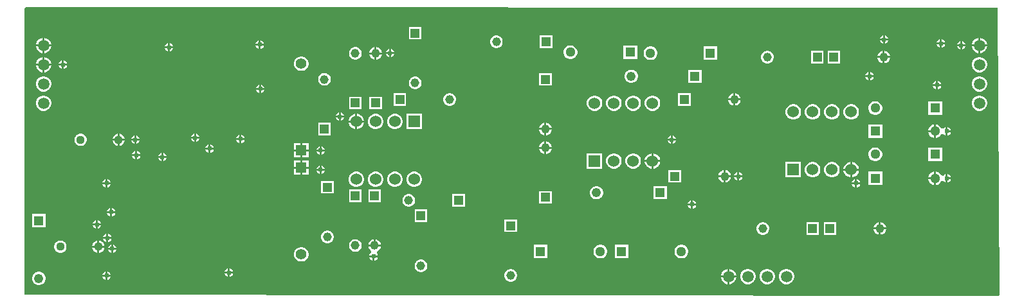
<source format=gbl>
G04*
G04 #@! TF.GenerationSoftware,Altium Limited,Altium Designer,25.3.3 (18)*
G04*
G04 Layer_Physical_Order=2*
G04 Layer_Color=16711680*
%FSLAX44Y44*%
%MOMM*%
G71*
G04*
G04 #@! TF.SameCoordinates,9AC58102-6E01-47F4-9C41-847502B80828*
G04*
G04*
G04 #@! TF.FilePolarity,Positive*
G04*
G01*
G75*
%ADD42C,1.1176*%
%ADD43R,1.2446X1.2446*%
%ADD44C,1.2446*%
%ADD45C,1.4986*%
%ADD46R,1.1500X1.1500*%
%ADD47C,1.1500*%
%ADD48R,1.2954X1.2954*%
%ADD49C,1.2954*%
%ADD50R,1.1500X1.1500*%
%ADD51C,1.3970*%
%ADD52R,1.3970X1.3970*%
%ADD53R,1.2192X1.2192*%
%ADD54C,1.2192*%
%ADD56C,1.5240*%
%ADD57R,1.5240X1.5240*%
%ADD58C,0.6096*%
G36*
X1281430Y379730D02*
X1283958Y1803D01*
X1282167Y2D01*
X0Y1270D01*
Y379203D01*
X1797Y380998D01*
X1281430Y379730D01*
D02*
G37*
%LPC*%
G36*
X1132840Y343342D02*
Y339090D01*
X1137092D01*
X1136307Y340985D01*
X1134735Y342557D01*
X1132840Y343342D01*
D02*
G37*
G36*
X1130300D02*
X1128405Y342557D01*
X1126833Y340985D01*
X1126048Y339090D01*
X1130300D01*
Y343342D01*
D02*
G37*
G36*
X522640Y354780D02*
X506060D01*
Y338200D01*
X522640D01*
Y354780D01*
D02*
G37*
G36*
X1207770Y338262D02*
Y334010D01*
X1212022D01*
X1211237Y335905D01*
X1209665Y337477D01*
X1207770Y338262D01*
D02*
G37*
G36*
X1205230D02*
X1203335Y337477D01*
X1201763Y335905D01*
X1200978Y334010D01*
X1205230D01*
Y338262D01*
D02*
G37*
G36*
X311150Y336992D02*
Y332740D01*
X315402D01*
X314617Y334635D01*
X313045Y336207D01*
X311150Y336992D01*
D02*
G37*
G36*
X308610D02*
X306715Y336207D01*
X305143Y334635D01*
X304358Y332740D01*
X308610D01*
Y336992D01*
D02*
G37*
G36*
X1137092Y336550D02*
X1132840D01*
Y332298D01*
X1134735Y333083D01*
X1136307Y334655D01*
X1137092Y336550D01*
D02*
G37*
G36*
X1130300D02*
X1126048D01*
X1126833Y334655D01*
X1128405Y333083D01*
X1130300Y332298D01*
Y336550D01*
D02*
G37*
G36*
X1258621Y340233D02*
X1258570D01*
Y331470D01*
X1267333D01*
Y331521D01*
X1266649Y334073D01*
X1265328Y336360D01*
X1263460Y338228D01*
X1261173Y339549D01*
X1258621Y340233D01*
D02*
G37*
G36*
X26721D02*
X26670D01*
Y331470D01*
X35433D01*
Y331521D01*
X34749Y334073D01*
X33428Y336360D01*
X31560Y338228D01*
X29273Y339549D01*
X26721Y340233D01*
D02*
G37*
G36*
X1234440Y335722D02*
Y331470D01*
X1238692D01*
X1237907Y333365D01*
X1236335Y334937D01*
X1234440Y335722D01*
D02*
G37*
G36*
X1231900D02*
X1230005Y334937D01*
X1228433Y333365D01*
X1227648Y331470D01*
X1231900D01*
Y335722D01*
D02*
G37*
G36*
X24130Y340233D02*
X24079D01*
X21527Y339549D01*
X19240Y338228D01*
X17372Y336360D01*
X16051Y334073D01*
X15367Y331521D01*
Y331470D01*
X24130D01*
Y340233D01*
D02*
G37*
G36*
X1256030D02*
X1255979D01*
X1253427Y339549D01*
X1251140Y338228D01*
X1249272Y336360D01*
X1247951Y334073D01*
X1247267Y331521D01*
Y331470D01*
X1256030D01*
Y340233D01*
D02*
G37*
G36*
X191746Y333182D02*
Y328930D01*
X195998D01*
X195213Y330825D01*
X193641Y332397D01*
X191746Y333182D01*
D02*
G37*
G36*
X189206D02*
X187310Y332397D01*
X185738Y330825D01*
X184953Y328930D01*
X189206D01*
Y333182D01*
D02*
G37*
G36*
X1212022Y331470D02*
X1207770D01*
Y327218D01*
X1209665Y328003D01*
X1211237Y329575D01*
X1212022Y331470D01*
D02*
G37*
G36*
X1205230D02*
X1200978D01*
X1201763Y329575D01*
X1203335Y328003D01*
X1205230Y327218D01*
Y331470D01*
D02*
G37*
G36*
X695140Y343570D02*
X678560D01*
Y326990D01*
X695140D01*
Y343570D01*
D02*
G37*
G36*
X622341D02*
X620159D01*
X618050Y343005D01*
X616160Y341914D01*
X614616Y340370D01*
X613525Y338480D01*
X612960Y336371D01*
Y334189D01*
X613525Y332080D01*
X614616Y330190D01*
X616160Y328646D01*
X618050Y327555D01*
X620159Y326990D01*
X622341D01*
X624450Y327555D01*
X626340Y328646D01*
X627884Y330190D01*
X628975Y332080D01*
X629540Y334189D01*
Y336371D01*
X628975Y338480D01*
X627884Y340370D01*
X626340Y341914D01*
X624450Y343005D01*
X622341Y343570D01*
D02*
G37*
G36*
X315402Y330200D02*
X311150D01*
Y325948D01*
X313045Y326733D01*
X314617Y328305D01*
X315402Y330200D01*
D02*
G37*
G36*
X308610D02*
X304358D01*
X305143Y328305D01*
X306715Y326733D01*
X308610Y325948D01*
Y330200D01*
D02*
G37*
G36*
X1238692Y328930D02*
X1234440D01*
Y324678D01*
X1236335Y325463D01*
X1237907Y327035D01*
X1238692Y328930D01*
D02*
G37*
G36*
X1231900D02*
X1227648D01*
X1228433Y327035D01*
X1230005Y325463D01*
X1231900Y324678D01*
Y328930D01*
D02*
G37*
G36*
X195998Y326390D02*
X191746D01*
Y322138D01*
X193641Y322923D01*
X195213Y324495D01*
X195998Y326390D01*
D02*
G37*
G36*
X189206D02*
X184953D01*
X185738Y324495D01*
X187310Y322923D01*
X189206Y322138D01*
Y326390D01*
D02*
G37*
G36*
X482600Y325562D02*
Y321310D01*
X486852D01*
X486067Y323205D01*
X484495Y324777D01*
X482600Y325562D01*
D02*
G37*
G36*
X480060D02*
X478165Y324777D01*
X476593Y323205D01*
X475808Y321310D01*
X480060D01*
Y325562D01*
D02*
G37*
G36*
X463550Y328062D02*
Y321090D01*
X470522D01*
X470005Y323020D01*
X468914Y324910D01*
X467370Y326454D01*
X465480Y327545D01*
X463550Y328062D01*
D02*
G37*
G36*
X461010D02*
X459080Y327545D01*
X457190Y326454D01*
X455646Y324910D01*
X454555Y323020D01*
X454038Y321090D01*
X461010D01*
Y328062D01*
D02*
G37*
G36*
X1267333Y328930D02*
X1258570D01*
Y320167D01*
X1258621D01*
X1261173Y320851D01*
X1263460Y322172D01*
X1265328Y324040D01*
X1266649Y326327D01*
X1267333Y328879D01*
Y328930D01*
D02*
G37*
G36*
X1256030D02*
X1247267D01*
Y328879D01*
X1247951Y326327D01*
X1249272Y324040D01*
X1251140Y322172D01*
X1253427Y320851D01*
X1255979Y320167D01*
X1256030D01*
Y328930D01*
D02*
G37*
G36*
X35433D02*
X26670D01*
Y320167D01*
X26721D01*
X29273Y320851D01*
X31560Y322172D01*
X33428Y324040D01*
X34749Y326327D01*
X35433Y328879D01*
Y328930D01*
D02*
G37*
G36*
X24130D02*
X15367D01*
Y328879D01*
X16051Y326327D01*
X17372Y324040D01*
X19240Y322172D01*
X21527Y320851D01*
X24079Y320167D01*
X24130D01*
Y328930D01*
D02*
G37*
G36*
X1132400Y323202D02*
Y316230D01*
X1139372D01*
X1138855Y318160D01*
X1137764Y320050D01*
X1136220Y321594D01*
X1134330Y322685D01*
X1132400Y323202D01*
D02*
G37*
G36*
X1129860D02*
X1127930Y322685D01*
X1126040Y321594D01*
X1124496Y320050D01*
X1123405Y318160D01*
X1122888Y316230D01*
X1129860D01*
Y323202D01*
D02*
G37*
G36*
X486852Y318770D02*
X482600D01*
Y314518D01*
X484495Y315303D01*
X486067Y316875D01*
X486852Y318770D01*
D02*
G37*
G36*
X480060D02*
X475808D01*
X476593Y316875D01*
X478165Y315303D01*
X480060Y314518D01*
Y318770D01*
D02*
G37*
G36*
X806577Y330327D02*
X788543D01*
Y312293D01*
X806577D01*
Y330327D01*
D02*
G37*
G36*
X720007D02*
X717633D01*
X715340Y329712D01*
X713283Y328525D01*
X711605Y326847D01*
X710417Y324790D01*
X709803Y322497D01*
Y320123D01*
X710417Y317830D01*
X711605Y315773D01*
X713283Y314095D01*
X715340Y312908D01*
X717633Y312293D01*
X720007D01*
X722300Y312908D01*
X724357Y314095D01*
X726035Y315773D01*
X727223Y317830D01*
X727837Y320123D01*
Y322497D01*
X727223Y324790D01*
X726035Y326847D01*
X724357Y328525D01*
X722300Y329712D01*
X720007Y330327D01*
D02*
G37*
G36*
X470522Y318550D02*
X463550D01*
Y311578D01*
X465480Y312095D01*
X467370Y313186D01*
X468914Y314730D01*
X470005Y316620D01*
X470522Y318550D01*
D02*
G37*
G36*
X461010D02*
X454038D01*
X454555Y316620D01*
X455646Y314730D01*
X457190Y313186D01*
X459080Y312095D01*
X461010Y311578D01*
Y318550D01*
D02*
G37*
G36*
X436701Y328110D02*
X434519D01*
X432410Y327545D01*
X430520Y326454D01*
X428976Y324910D01*
X427885Y323020D01*
X427320Y320911D01*
Y318729D01*
X427885Y316620D01*
X428976Y314730D01*
X430520Y313186D01*
X432410Y312095D01*
X434519Y311530D01*
X436701D01*
X438810Y312095D01*
X440700Y313186D01*
X442244Y314730D01*
X443335Y316620D01*
X443900Y318729D01*
Y320911D01*
X443335Y323020D01*
X442244Y324910D01*
X440700Y326454D01*
X438810Y327545D01*
X436701Y328110D01*
D02*
G37*
G36*
X911987Y329057D02*
X893953D01*
Y311023D01*
X911987D01*
Y329057D01*
D02*
G37*
G36*
X825417D02*
X823043D01*
X820750Y328442D01*
X818693Y327255D01*
X817015Y325577D01*
X815827Y323520D01*
X815213Y321227D01*
Y318853D01*
X815827Y316560D01*
X817015Y314503D01*
X818693Y312825D01*
X820750Y311637D01*
X823043Y311023D01*
X825417D01*
X827710Y311637D01*
X829767Y312825D01*
X831445Y314503D01*
X832633Y316560D01*
X833247Y318853D01*
Y321227D01*
X832633Y323520D01*
X831445Y325577D01*
X829767Y327255D01*
X827710Y328442D01*
X825417Y329057D01*
D02*
G37*
G36*
X1139372Y313690D02*
X1132400D01*
Y306718D01*
X1134330Y307235D01*
X1136220Y308326D01*
X1137764Y309870D01*
X1138855Y311760D01*
X1139372Y313690D01*
D02*
G37*
G36*
X1129860D02*
X1122888D01*
X1123405Y311760D01*
X1124496Y309870D01*
X1126040Y308326D01*
X1127930Y307235D01*
X1129860Y306718D01*
Y313690D01*
D02*
G37*
G36*
X1073820Y323250D02*
X1057240D01*
Y306670D01*
X1073820D01*
Y323250D01*
D02*
G37*
G36*
X1052010D02*
X1035430D01*
Y306670D01*
X1052010D01*
Y323250D01*
D02*
G37*
G36*
X979211D02*
X977029D01*
X974920Y322685D01*
X973030Y321594D01*
X971486Y320050D01*
X970395Y318160D01*
X969830Y316051D01*
Y313869D01*
X970395Y311760D01*
X971486Y309870D01*
X973030Y308326D01*
X974920Y307235D01*
X977029Y306670D01*
X979211D01*
X981320Y307235D01*
X983210Y308326D01*
X984754Y309870D01*
X985845Y311760D01*
X986410Y313869D01*
Y316051D01*
X985845Y318160D01*
X984754Y320050D01*
X983210Y321594D01*
X981320Y322685D01*
X979211Y323250D01*
D02*
G37*
G36*
X26721Y314833D02*
X26670D01*
Y306070D01*
X35433D01*
Y306121D01*
X34749Y308673D01*
X33428Y310960D01*
X31560Y312828D01*
X29273Y314149D01*
X26721Y314833D01*
D02*
G37*
G36*
X52070Y310322D02*
Y306070D01*
X56322D01*
X55537Y307965D01*
X53965Y309537D01*
X52070Y310322D01*
D02*
G37*
G36*
X49530D02*
X47635Y309537D01*
X46063Y307965D01*
X45278Y306070D01*
X49530D01*
Y310322D01*
D02*
G37*
G36*
X24130Y314833D02*
X24079D01*
X21527Y314149D01*
X19240Y312828D01*
X17372Y310960D01*
X16051Y308673D01*
X15367Y306121D01*
Y306070D01*
X24130D01*
Y314833D01*
D02*
G37*
G36*
X56322Y303530D02*
X52070D01*
Y299278D01*
X53965Y300063D01*
X55537Y301635D01*
X56322Y303530D01*
D02*
G37*
G36*
X49530D02*
X45278D01*
X46063Y301635D01*
X47635Y300063D01*
X49530Y299278D01*
Y303530D01*
D02*
G37*
G36*
X365744Y315595D02*
X363236D01*
X360813Y314946D01*
X358642Y313692D01*
X356868Y311919D01*
X355614Y309746D01*
X354965Y307324D01*
Y304816D01*
X355614Y302393D01*
X356868Y300222D01*
X358642Y298448D01*
X360813Y297194D01*
X363236Y296545D01*
X365744D01*
X368167Y297194D01*
X370339Y298448D01*
X372112Y300222D01*
X373366Y302393D01*
X374015Y304816D01*
Y307324D01*
X373366Y309746D01*
X372112Y311919D01*
X370339Y313692D01*
X368167Y314946D01*
X365744Y315595D01*
D02*
G37*
G36*
X1258621Y314833D02*
X1255979D01*
X1253427Y314149D01*
X1251140Y312828D01*
X1249272Y310960D01*
X1247951Y308673D01*
X1247267Y306121D01*
Y303479D01*
X1247951Y300927D01*
X1249272Y298640D01*
X1251140Y296772D01*
X1253427Y295451D01*
X1255979Y294767D01*
X1258621D01*
X1261173Y295451D01*
X1263460Y296772D01*
X1265328Y298640D01*
X1266649Y300927D01*
X1267333Y303479D01*
Y306121D01*
X1266649Y308673D01*
X1265328Y310960D01*
X1263460Y312828D01*
X1261173Y314149D01*
X1258621Y314833D01*
D02*
G37*
G36*
X35433Y303530D02*
X26670D01*
Y294767D01*
X26721D01*
X29273Y295451D01*
X31560Y296772D01*
X33428Y298640D01*
X34749Y300927D01*
X35433Y303479D01*
Y303530D01*
D02*
G37*
G36*
X24130D02*
X15367D01*
Y303479D01*
X16051Y300927D01*
X17372Y298640D01*
X19240Y296772D01*
X21527Y295451D01*
X24079Y294767D01*
X24130D01*
Y303530D01*
D02*
G37*
G36*
X1113790Y295082D02*
Y290830D01*
X1118042D01*
X1117257Y292725D01*
X1115685Y294297D01*
X1113790Y295082D01*
D02*
G37*
G36*
X1111250D02*
X1109355Y294297D01*
X1107783Y292725D01*
X1106998Y290830D01*
X1111250D01*
Y295082D01*
D02*
G37*
G36*
X1118042Y288290D02*
X1113790D01*
Y284038D01*
X1115685Y284823D01*
X1117257Y286395D01*
X1118042Y288290D01*
D02*
G37*
G36*
X1111250D02*
X1106998D01*
X1107783Y286395D01*
X1109355Y284823D01*
X1111250Y284038D01*
Y288290D01*
D02*
G37*
G36*
X891286Y298196D02*
X874014D01*
Y280924D01*
X891286D01*
Y298196D01*
D02*
G37*
G36*
X799967D02*
X797693D01*
X795497Y297607D01*
X793527Y296471D01*
X791919Y294863D01*
X790782Y292893D01*
X790194Y290697D01*
Y288423D01*
X790782Y286227D01*
X791919Y284257D01*
X793527Y282649D01*
X795497Y281513D01*
X797693Y280924D01*
X799967D01*
X802163Y281513D01*
X804133Y282649D01*
X805741Y284257D01*
X806878Y286227D01*
X807466Y288423D01*
Y290697D01*
X806878Y292893D01*
X805741Y294863D01*
X804133Y296471D01*
X802163Y297607D01*
X799967Y298196D01*
D02*
G37*
G36*
X1202690Y283652D02*
Y279400D01*
X1206942D01*
X1206157Y281295D01*
X1204585Y282867D01*
X1202690Y283652D01*
D02*
G37*
G36*
X1200150D02*
X1198255Y282867D01*
X1196683Y281295D01*
X1195898Y279400D01*
X1200150D01*
Y283652D01*
D02*
G37*
G36*
X694090Y293820D02*
X677510D01*
Y277240D01*
X694090D01*
Y293820D01*
D02*
G37*
G36*
X396061D02*
X393879D01*
X391770Y293255D01*
X389880Y292164D01*
X388336Y290620D01*
X387245Y288730D01*
X386680Y286621D01*
Y284439D01*
X387245Y282330D01*
X388336Y280440D01*
X389880Y278896D01*
X391770Y277805D01*
X393879Y277240D01*
X396061D01*
X398170Y277805D01*
X400060Y278896D01*
X401604Y280440D01*
X402695Y282330D01*
X403260Y284439D01*
Y286621D01*
X402695Y288730D01*
X401604Y290620D01*
X400060Y292164D01*
X398170Y293255D01*
X396061Y293820D01*
D02*
G37*
G36*
X311646Y278572D02*
Y274320D01*
X315898D01*
X315113Y276215D01*
X313541Y277787D01*
X311646Y278572D01*
D02*
G37*
G36*
X309106D02*
X307211Y277787D01*
X305639Y276215D01*
X304853Y274320D01*
X309106D01*
Y278572D01*
D02*
G37*
G36*
X1206942Y276860D02*
X1202690D01*
Y272608D01*
X1204585Y273393D01*
X1206157Y274965D01*
X1206942Y276860D01*
D02*
G37*
G36*
X1200150D02*
X1195898D01*
X1196683Y274965D01*
X1198255Y273393D01*
X1200150Y272608D01*
Y276860D01*
D02*
G37*
G36*
X515441Y289180D02*
X513259D01*
X511150Y288615D01*
X509260Y287524D01*
X507716Y285980D01*
X506625Y284090D01*
X506060Y281981D01*
Y279799D01*
X506625Y277690D01*
X507716Y275800D01*
X509260Y274256D01*
X511150Y273165D01*
X513259Y272600D01*
X515441D01*
X517550Y273165D01*
X519440Y274256D01*
X520984Y275800D01*
X522075Y277690D01*
X522640Y279799D01*
Y281981D01*
X522075Y284090D01*
X520984Y285980D01*
X519440Y287524D01*
X517550Y288615D01*
X515441Y289180D01*
D02*
G37*
G36*
X1258621Y289433D02*
X1255979D01*
X1253427Y288749D01*
X1251140Y287428D01*
X1249272Y285560D01*
X1247951Y283273D01*
X1247267Y280721D01*
Y278079D01*
X1247951Y275527D01*
X1249272Y273240D01*
X1251140Y271372D01*
X1253427Y270051D01*
X1255979Y269367D01*
X1258621D01*
X1261173Y270051D01*
X1263460Y271372D01*
X1265328Y273240D01*
X1266649Y275527D01*
X1267333Y278079D01*
Y280721D01*
X1266649Y283273D01*
X1265328Y285560D01*
X1263460Y287428D01*
X1261173Y288749D01*
X1258621Y289433D01*
D02*
G37*
G36*
X26721D02*
X24079D01*
X21527Y288749D01*
X19240Y287428D01*
X17372Y285560D01*
X16051Y283273D01*
X15367Y280721D01*
Y278079D01*
X16051Y275527D01*
X17372Y273240D01*
X19240Y271372D01*
X21527Y270051D01*
X24079Y269367D01*
X26721D01*
X29273Y270051D01*
X31560Y271372D01*
X33428Y273240D01*
X34749Y275527D01*
X35433Y278079D01*
Y280721D01*
X34749Y283273D01*
X33428Y285560D01*
X31560Y287428D01*
X29273Y288749D01*
X26721Y289433D01*
D02*
G37*
G36*
X315898Y271780D02*
X311646D01*
Y267528D01*
X313541Y268313D01*
X315113Y269885D01*
X315898Y271780D01*
D02*
G37*
G36*
X309106D02*
X304853D01*
X305639Y269885D01*
X307211Y268313D01*
X309106Y267528D01*
Y271780D01*
D02*
G37*
G36*
X935770Y267322D02*
Y260350D01*
X942742D01*
X942225Y262280D01*
X941134Y264170D01*
X939590Y265714D01*
X937700Y266805D01*
X935770Y267322D01*
D02*
G37*
G36*
X933230D02*
X931300Y266805D01*
X929410Y265714D01*
X927866Y264170D01*
X926775Y262280D01*
X926258Y260350D01*
X933230D01*
Y267322D01*
D02*
G37*
G36*
X942742Y257810D02*
X935770D01*
Y250838D01*
X937700Y251355D01*
X939590Y252446D01*
X941134Y253990D01*
X942225Y255880D01*
X942742Y257810D01*
D02*
G37*
G36*
X933230D02*
X926258D01*
X926775Y255880D01*
X927866Y253990D01*
X929410Y252446D01*
X931300Y251355D01*
X933230Y250838D01*
Y257810D01*
D02*
G37*
G36*
X877190Y267370D02*
X860610D01*
Y250790D01*
X877190D01*
Y267370D01*
D02*
G37*
G36*
X560941D02*
X558759D01*
X556650Y266805D01*
X554760Y265714D01*
X553216Y264170D01*
X552125Y262280D01*
X551560Y260171D01*
Y257989D01*
X552125Y255880D01*
X553216Y253990D01*
X554760Y252446D01*
X556650Y251355D01*
X558759Y250790D01*
X560941D01*
X563050Y251355D01*
X564940Y252446D01*
X566484Y253990D01*
X567575Y255880D01*
X568140Y257989D01*
Y260171D01*
X567575Y262280D01*
X566484Y264170D01*
X564940Y265714D01*
X563050Y266805D01*
X560941Y267370D01*
D02*
G37*
G36*
X502540D02*
X485960D01*
Y250790D01*
X502540D01*
Y267370D01*
D02*
G37*
G36*
X470570Y262510D02*
X453990D01*
Y245930D01*
X470570D01*
Y262510D01*
D02*
G37*
G36*
X443900D02*
X427320D01*
Y245930D01*
X443900D01*
Y262510D01*
D02*
G37*
G36*
X1258621Y264033D02*
X1255979D01*
X1253427Y263349D01*
X1251140Y262028D01*
X1249272Y260160D01*
X1247951Y257873D01*
X1247267Y255321D01*
Y252679D01*
X1247951Y250127D01*
X1249272Y247840D01*
X1251140Y245972D01*
X1253427Y244651D01*
X1255979Y243967D01*
X1258621D01*
X1261173Y244651D01*
X1263460Y245972D01*
X1265328Y247840D01*
X1266649Y250127D01*
X1267333Y252679D01*
Y255321D01*
X1266649Y257873D01*
X1265328Y260160D01*
X1263460Y262028D01*
X1261173Y263349D01*
X1258621Y264033D01*
D02*
G37*
G36*
X26721D02*
X24079D01*
X21527Y263349D01*
X19240Y262028D01*
X17372Y260160D01*
X16051Y257873D01*
X15367Y255321D01*
Y252679D01*
X16051Y250127D01*
X17372Y247840D01*
X19240Y245972D01*
X21527Y244651D01*
X24079Y243967D01*
X26721D01*
X29273Y244651D01*
X31560Y245972D01*
X33428Y247840D01*
X34749Y250127D01*
X35433Y252679D01*
Y255321D01*
X34749Y257873D01*
X33428Y260160D01*
X31560Y262028D01*
X29273Y263349D01*
X26721Y264033D01*
D02*
G37*
G36*
X828108Y264160D02*
X825432D01*
X822848Y263468D01*
X820532Y262130D01*
X818640Y260238D01*
X817302Y257922D01*
X816610Y255338D01*
Y252662D01*
X817302Y250078D01*
X818640Y247762D01*
X820532Y245870D01*
X822848Y244532D01*
X825432Y243840D01*
X828108D01*
X830692Y244532D01*
X833008Y245870D01*
X834900Y247762D01*
X836238Y250078D01*
X836930Y252662D01*
Y255338D01*
X836238Y257922D01*
X834900Y260238D01*
X833008Y262130D01*
X830692Y263468D01*
X828108Y264160D01*
D02*
G37*
G36*
X802708D02*
X800032D01*
X797448Y263468D01*
X795132Y262130D01*
X793240Y260238D01*
X791902Y257922D01*
X791210Y255338D01*
Y252662D01*
X791902Y250078D01*
X793240Y247762D01*
X795132Y245870D01*
X797448Y244532D01*
X800032Y243840D01*
X802708D01*
X805292Y244532D01*
X807608Y245870D01*
X809500Y247762D01*
X810838Y250078D01*
X811530Y252662D01*
Y255338D01*
X810838Y257922D01*
X809500Y260238D01*
X807608Y262130D01*
X805292Y263468D01*
X802708Y264160D01*
D02*
G37*
G36*
X777308D02*
X774632D01*
X772048Y263468D01*
X769732Y262130D01*
X767840Y260238D01*
X766502Y257922D01*
X765810Y255338D01*
Y252662D01*
X766502Y250078D01*
X767840Y247762D01*
X769732Y245870D01*
X772048Y244532D01*
X774632Y243840D01*
X777308D01*
X779892Y244532D01*
X782208Y245870D01*
X784100Y247762D01*
X785438Y250078D01*
X786130Y252662D01*
Y255338D01*
X785438Y257922D01*
X784100Y260238D01*
X782208Y262130D01*
X779892Y263468D01*
X777308Y264160D01*
D02*
G37*
G36*
X751908D02*
X749232D01*
X746648Y263468D01*
X744332Y262130D01*
X742440Y260238D01*
X741102Y257922D01*
X740410Y255338D01*
Y252662D01*
X741102Y250078D01*
X742440Y247762D01*
X744332Y245870D01*
X746648Y244532D01*
X749232Y243840D01*
X751908D01*
X754492Y244532D01*
X756808Y245870D01*
X758700Y247762D01*
X760038Y250078D01*
X760730Y252662D01*
Y255338D01*
X760038Y257922D01*
X758700Y260238D01*
X756808Y262130D01*
X754492Y263468D01*
X751908Y264160D01*
D02*
G37*
G36*
X1207897Y256667D02*
X1189863D01*
Y238633D01*
X1207897D01*
Y256667D01*
D02*
G37*
G36*
X1121327D02*
X1118953D01*
X1116660Y256052D01*
X1114603Y254865D01*
X1112925Y253187D01*
X1111738Y251130D01*
X1111123Y248837D01*
Y246463D01*
X1111738Y244170D01*
X1112925Y242113D01*
X1114603Y240435D01*
X1116660Y239247D01*
X1118953Y238633D01*
X1121327D01*
X1123620Y239247D01*
X1125677Y240435D01*
X1127355Y242113D01*
X1128542Y244170D01*
X1129157Y246463D01*
Y248837D01*
X1128542Y251130D01*
X1127355Y253187D01*
X1125677Y254865D01*
X1123620Y256052D01*
X1121327Y256667D01*
D02*
G37*
G36*
X416560Y241742D02*
Y237490D01*
X420812D01*
X420027Y239385D01*
X418455Y240957D01*
X416560Y241742D01*
D02*
G37*
G36*
X414020D02*
X412125Y240957D01*
X410553Y239385D01*
X409768Y237490D01*
X414020D01*
Y241742D01*
D02*
G37*
G36*
X1089728Y252730D02*
X1087052D01*
X1084468Y252038D01*
X1082152Y250700D01*
X1080260Y248808D01*
X1078922Y246492D01*
X1078230Y243908D01*
Y241232D01*
X1078922Y238648D01*
X1080260Y236332D01*
X1082152Y234440D01*
X1084468Y233102D01*
X1087052Y232410D01*
X1089728D01*
X1092312Y233102D01*
X1094628Y234440D01*
X1096520Y236332D01*
X1097858Y238648D01*
X1098550Y241232D01*
Y243908D01*
X1097858Y246492D01*
X1096520Y248808D01*
X1094628Y250700D01*
X1092312Y252038D01*
X1089728Y252730D01*
D02*
G37*
G36*
X1064328D02*
X1061652D01*
X1059068Y252038D01*
X1056752Y250700D01*
X1054860Y248808D01*
X1053522Y246492D01*
X1052830Y243908D01*
Y241232D01*
X1053522Y238648D01*
X1054860Y236332D01*
X1056752Y234440D01*
X1059068Y233102D01*
X1061652Y232410D01*
X1064328D01*
X1066912Y233102D01*
X1069228Y234440D01*
X1071120Y236332D01*
X1072458Y238648D01*
X1073150Y241232D01*
Y243908D01*
X1072458Y246492D01*
X1071120Y248808D01*
X1069228Y250700D01*
X1066912Y252038D01*
X1064328Y252730D01*
D02*
G37*
G36*
X1038928D02*
X1036252D01*
X1033668Y252038D01*
X1031352Y250700D01*
X1029460Y248808D01*
X1028122Y246492D01*
X1027430Y243908D01*
Y241232D01*
X1028122Y238648D01*
X1029460Y236332D01*
X1031352Y234440D01*
X1033668Y233102D01*
X1036252Y232410D01*
X1038928D01*
X1041512Y233102D01*
X1043828Y234440D01*
X1045720Y236332D01*
X1047058Y238648D01*
X1047750Y241232D01*
Y243908D01*
X1047058Y246492D01*
X1045720Y248808D01*
X1043828Y250700D01*
X1041512Y252038D01*
X1038928Y252730D01*
D02*
G37*
G36*
X1013528D02*
X1010852D01*
X1008268Y252038D01*
X1005952Y250700D01*
X1004060Y248808D01*
X1002722Y246492D01*
X1002030Y243908D01*
Y241232D01*
X1002722Y238648D01*
X1004060Y236332D01*
X1005952Y234440D01*
X1008268Y233102D01*
X1010852Y232410D01*
X1013528D01*
X1016112Y233102D01*
X1018428Y234440D01*
X1020320Y236332D01*
X1021658Y238648D01*
X1022350Y241232D01*
Y243908D01*
X1021658Y246492D01*
X1020320Y248808D01*
X1018428Y250700D01*
X1016112Y252038D01*
X1013528Y252730D01*
D02*
G37*
G36*
X438218Y240030D02*
X438150D01*
Y231140D01*
X447040D01*
Y231208D01*
X446348Y233792D01*
X445010Y236108D01*
X443118Y238000D01*
X440802Y239338D01*
X438218Y240030D01*
D02*
G37*
G36*
X435610D02*
X435542D01*
X432958Y239338D01*
X430642Y238000D01*
X428750Y236108D01*
X427412Y233792D01*
X426720Y231208D01*
Y231140D01*
X435610D01*
Y240030D01*
D02*
G37*
G36*
X420812Y234950D02*
X416560D01*
Y230698D01*
X418455Y231483D01*
X420027Y233055D01*
X420812Y234950D01*
D02*
G37*
G36*
X414020D02*
X409768D01*
X410553Y233055D01*
X412125Y231483D01*
X414020Y230698D01*
Y234950D01*
D02*
G37*
G36*
X687070Y228172D02*
Y221200D01*
X694042D01*
X693525Y223130D01*
X692434Y225020D01*
X690890Y226564D01*
X689000Y227655D01*
X687070Y228172D01*
D02*
G37*
G36*
X684530D02*
X682600Y227655D01*
X680710Y226564D01*
X679166Y225020D01*
X678075Y223130D01*
X677558Y221200D01*
X684530D01*
Y228172D01*
D02*
G37*
G36*
X523240Y240030D02*
X502920D01*
Y219710D01*
X523240D01*
Y240030D01*
D02*
G37*
G36*
X489018D02*
X486342D01*
X483758Y239338D01*
X481442Y238000D01*
X479550Y236108D01*
X478212Y233792D01*
X477520Y231208D01*
Y228532D01*
X478212Y225948D01*
X479550Y223632D01*
X481442Y221740D01*
X483758Y220402D01*
X486342Y219710D01*
X489018D01*
X491602Y220402D01*
X493918Y221740D01*
X495810Y223632D01*
X497148Y225948D01*
X497840Y228532D01*
Y231208D01*
X497148Y233792D01*
X495810Y236108D01*
X493918Y238000D01*
X491602Y239338D01*
X489018Y240030D01*
D02*
G37*
G36*
X463618D02*
X460942D01*
X458358Y239338D01*
X456042Y238000D01*
X454150Y236108D01*
X452812Y233792D01*
X452120Y231208D01*
Y228532D01*
X452812Y225948D01*
X454150Y223632D01*
X456042Y221740D01*
X458358Y220402D01*
X460942Y219710D01*
X463618D01*
X466202Y220402D01*
X468518Y221740D01*
X470410Y223632D01*
X471748Y225948D01*
X472440Y228532D01*
Y231208D01*
X471748Y233792D01*
X470410Y236108D01*
X468518Y238000D01*
X466202Y239338D01*
X463618Y240030D01*
D02*
G37*
G36*
X447040Y228600D02*
X438150D01*
Y219710D01*
X438218D01*
X440802Y220402D01*
X443118Y221740D01*
X445010Y223632D01*
X446348Y225948D01*
X447040Y228532D01*
Y228600D01*
D02*
G37*
G36*
X435610D02*
X426720D01*
Y228532D01*
X427412Y225948D01*
X428750Y223632D01*
X430642Y221740D01*
X432958Y220402D01*
X435542Y219710D01*
X435610D01*
Y228600D01*
D02*
G37*
G36*
X1215390Y222692D02*
Y218440D01*
X1219642D01*
X1218857Y220335D01*
X1217285Y221907D01*
X1215390Y222692D01*
D02*
G37*
G36*
X1197610Y226165D02*
X1195400Y225572D01*
X1193343Y224385D01*
X1191665Y222707D01*
X1190478Y220650D01*
X1189885Y218440D01*
X1197610D01*
Y226165D01*
D02*
G37*
G36*
X694042Y218660D02*
X687070D01*
Y211688D01*
X689000Y212205D01*
X690890Y213296D01*
X692434Y214840D01*
X693525Y216730D01*
X694042Y218660D01*
D02*
G37*
G36*
X684530D02*
X677558D01*
X678075Y216730D01*
X679166Y214840D01*
X680710Y213296D01*
X682600Y212205D01*
X684530Y211688D01*
Y218660D01*
D02*
G37*
G36*
X1219642Y215900D02*
X1215390D01*
Y211648D01*
X1217285Y212433D01*
X1218857Y214005D01*
X1219642Y215900D01*
D02*
G37*
G36*
X1200150Y226165D02*
Y217170D01*
Y208175D01*
X1202360Y208768D01*
X1204417Y209955D01*
X1206095Y211633D01*
X1206981Y213167D01*
X1207905Y213489D01*
X1208686Y213598D01*
X1209867Y213521D01*
X1210955Y212433D01*
X1212850Y211648D01*
Y217170D01*
Y222692D01*
X1210955Y221907D01*
X1209867Y220819D01*
X1208686Y220742D01*
X1207905Y220851D01*
X1206981Y221173D01*
X1206095Y222707D01*
X1204417Y224385D01*
X1202360Y225572D01*
X1200150Y226165D01*
D02*
G37*
G36*
X403260Y228220D02*
X386680D01*
Y211640D01*
X403260D01*
Y228220D01*
D02*
G37*
G36*
X226060Y213802D02*
Y209550D01*
X230312D01*
X229527Y211445D01*
X227955Y213017D01*
X226060Y213802D01*
D02*
G37*
G36*
X223520D02*
X221625Y213017D01*
X220053Y211445D01*
X219268Y209550D01*
X223520D01*
Y213802D01*
D02*
G37*
G36*
X285750Y212532D02*
Y208280D01*
X290002D01*
X289217Y210175D01*
X287645Y211747D01*
X285750Y212532D01*
D02*
G37*
G36*
X283210D02*
X281315Y211747D01*
X279743Y210175D01*
X278958Y208280D01*
X283210D01*
Y212532D01*
D02*
G37*
G36*
X1197610Y215900D02*
X1189885D01*
X1190478Y213690D01*
X1191665Y211633D01*
X1193343Y209955D01*
X1195400Y208768D01*
X1197610Y208175D01*
Y215900D01*
D02*
G37*
G36*
X1129157Y226187D02*
X1111123D01*
Y208153D01*
X1129157D01*
Y226187D01*
D02*
G37*
G36*
X125330Y213814D02*
Y207010D01*
X132134D01*
X131634Y208877D01*
X130564Y210731D01*
X129051Y212244D01*
X127197Y213314D01*
X125330Y213814D01*
D02*
G37*
G36*
X853440Y211262D02*
Y207010D01*
X857692D01*
X856907Y208905D01*
X855335Y210477D01*
X853440Y211262D01*
D02*
G37*
G36*
X850900D02*
X849005Y210477D01*
X847433Y208905D01*
X846648Y207010D01*
X850900D01*
Y211262D01*
D02*
G37*
G36*
X147320D02*
Y207010D01*
X151572D01*
X150787Y208905D01*
X149215Y210477D01*
X147320Y211262D01*
D02*
G37*
G36*
X144780D02*
X142885Y210477D01*
X141313Y208905D01*
X140528Y207010D01*
X144780D01*
Y211262D01*
D02*
G37*
G36*
X122790Y213814D02*
X120923Y213314D01*
X119069Y212244D01*
X117556Y210731D01*
X116486Y208877D01*
X115986Y207010D01*
X122790D01*
Y213814D01*
D02*
G37*
G36*
X230312Y207010D02*
X226060D01*
Y202758D01*
X227955Y203543D01*
X229527Y205115D01*
X230312Y207010D01*
D02*
G37*
G36*
X223520D02*
X219268D01*
X220053Y205115D01*
X221625Y203543D01*
X223520Y202758D01*
Y207010D01*
D02*
G37*
G36*
X290002Y205740D02*
X285750D01*
Y201488D01*
X287645Y202273D01*
X289217Y203845D01*
X290002Y205740D01*
D02*
G37*
G36*
X283210D02*
X278958D01*
X279743Y203845D01*
X281315Y202273D01*
X283210Y201488D01*
Y205740D01*
D02*
G37*
G36*
X857692Y204470D02*
X853440D01*
Y200218D01*
X855335Y201003D01*
X856907Y202575D01*
X857692Y204470D01*
D02*
G37*
G36*
X850900D02*
X846648D01*
X847433Y202575D01*
X849005Y201003D01*
X850900Y200218D01*
Y204470D01*
D02*
G37*
G36*
X151572D02*
X147320D01*
Y200218D01*
X149215Y201003D01*
X150787Y202575D01*
X151572Y204470D01*
D02*
G37*
G36*
X144780D02*
X140528D01*
X141313Y202575D01*
X142885Y201003D01*
X144780Y200218D01*
Y204470D01*
D02*
G37*
G36*
X132134D02*
X125330D01*
Y197666D01*
X127197Y198166D01*
X129051Y199236D01*
X130564Y200749D01*
X131634Y202603D01*
X132134Y204470D01*
D02*
G37*
G36*
X122790D02*
X115986D01*
X116486Y202603D01*
X117556Y200749D01*
X119069Y199236D01*
X120923Y198166D01*
X122790Y197666D01*
Y204470D01*
D02*
G37*
G36*
X75130Y213868D02*
X72990D01*
X70923Y213314D01*
X69069Y212244D01*
X67556Y210731D01*
X66486Y208877D01*
X65932Y206810D01*
Y204670D01*
X66486Y202603D01*
X67556Y200749D01*
X69069Y199236D01*
X70923Y198166D01*
X72990Y197612D01*
X75130D01*
X77197Y198166D01*
X79051Y199236D01*
X80564Y200749D01*
X81634Y202603D01*
X82188Y204670D01*
Y206810D01*
X81634Y208877D01*
X80564Y210731D01*
X79051Y212244D01*
X77197Y213314D01*
X75130Y213868D01*
D02*
G37*
G36*
X687070Y203602D02*
Y196630D01*
X694042D01*
X693525Y198560D01*
X692434Y200450D01*
X690890Y201994D01*
X689000Y203085D01*
X687070Y203602D01*
D02*
G37*
G36*
X684530D02*
X682600Y203085D01*
X680710Y201994D01*
X679166Y200450D01*
X678075Y198560D01*
X677558Y196630D01*
X684530D01*
Y203602D01*
D02*
G37*
G36*
X245110Y199832D02*
Y195580D01*
X249362D01*
X248577Y197475D01*
X247005Y199047D01*
X245110Y199832D01*
D02*
G37*
G36*
X242570D02*
X240675Y199047D01*
X239103Y197475D01*
X238318Y195580D01*
X242570D01*
Y199832D01*
D02*
G37*
G36*
X374015Y201295D02*
X365760D01*
Y193040D01*
X374015D01*
Y201295D01*
D02*
G37*
G36*
X391160Y197292D02*
Y193040D01*
X395412D01*
X394627Y194935D01*
X393055Y196507D01*
X391160Y197292D01*
D02*
G37*
G36*
X388620D02*
X386725Y196507D01*
X385153Y194935D01*
X384368Y193040D01*
X388620D01*
Y197292D01*
D02*
G37*
G36*
X363220Y201295D02*
X354965D01*
Y193040D01*
X363220D01*
Y201295D01*
D02*
G37*
G36*
X249362Y193040D02*
X245110D01*
Y188788D01*
X247005Y189573D01*
X248577Y191145D01*
X249362Y193040D01*
D02*
G37*
G36*
X242570D02*
X238318D01*
X239103Y191145D01*
X240675Y189573D01*
X242570Y188788D01*
Y193040D01*
D02*
G37*
G36*
X694042Y194090D02*
X687070D01*
Y187118D01*
X689000Y187635D01*
X690890Y188726D01*
X692434Y190270D01*
X693525Y192160D01*
X694042Y194090D01*
D02*
G37*
G36*
X684530D02*
X677558D01*
X678075Y192160D01*
X679166Y190270D01*
X680710Y188726D01*
X682600Y187635D01*
X684530Y187118D01*
Y194090D01*
D02*
G37*
G36*
X148590Y190942D02*
Y186690D01*
X152842D01*
X152057Y188585D01*
X150485Y190157D01*
X148590Y190942D01*
D02*
G37*
G36*
X146050D02*
X144155Y190157D01*
X142583Y188585D01*
X141798Y186690D01*
X146050D01*
Y190942D01*
D02*
G37*
G36*
X395412Y190500D02*
X391160D01*
Y186248D01*
X393055Y187033D01*
X394627Y188605D01*
X395412Y190500D01*
D02*
G37*
G36*
X388620D02*
X384368D01*
X385153Y188605D01*
X386725Y187033D01*
X388620Y186248D01*
Y190500D01*
D02*
G37*
G36*
X182880Y188402D02*
Y184150D01*
X187132D01*
X186347Y186045D01*
X184775Y187617D01*
X182880Y188402D01*
D02*
G37*
G36*
X180340D02*
X178445Y187617D01*
X176873Y186045D01*
X176088Y184150D01*
X180340D01*
Y188402D01*
D02*
G37*
G36*
X374015Y190500D02*
X365760D01*
Y182245D01*
X374015D01*
Y190500D01*
D02*
G37*
G36*
X363220D02*
X354965D01*
Y182245D01*
X363220D01*
Y190500D01*
D02*
G37*
G36*
X152842Y184150D02*
X148590D01*
Y179898D01*
X150485Y180683D01*
X152057Y182255D01*
X152842Y184150D01*
D02*
G37*
G36*
X146050D02*
X141798D01*
X142583Y182255D01*
X144155Y180683D01*
X146050Y179898D01*
Y184150D01*
D02*
G37*
G36*
X828108Y187960D02*
X828040D01*
Y179070D01*
X836930D01*
Y179138D01*
X836238Y181722D01*
X834900Y184038D01*
X833008Y185930D01*
X830692Y187268D01*
X828108Y187960D01*
D02*
G37*
G36*
X825500D02*
X825432D01*
X822848Y187268D01*
X820532Y185930D01*
X818640Y184038D01*
X817302Y181722D01*
X816610Y179138D01*
Y179070D01*
X825500D01*
Y187960D01*
D02*
G37*
G36*
X1207897Y195707D02*
X1189863D01*
Y177673D01*
X1207897D01*
Y195707D01*
D02*
G37*
G36*
X1121327D02*
X1118953D01*
X1116660Y195093D01*
X1114603Y193905D01*
X1112925Y192227D01*
X1111738Y190170D01*
X1111123Y187877D01*
Y185503D01*
X1111738Y183210D01*
X1112925Y181153D01*
X1114603Y179475D01*
X1116660Y178288D01*
X1118953Y177673D01*
X1121327D01*
X1123620Y178288D01*
X1125677Y179475D01*
X1127355Y181153D01*
X1128542Y183210D01*
X1129157Y185503D01*
Y187877D01*
X1128542Y190170D01*
X1127355Y192227D01*
X1125677Y193905D01*
X1123620Y195093D01*
X1121327Y195707D01*
D02*
G37*
G36*
X187132Y181610D02*
X182880D01*
Y177358D01*
X184775Y178143D01*
X186347Y179715D01*
X187132Y181610D01*
D02*
G37*
G36*
X180340D02*
X176088D01*
X176873Y179715D01*
X178445Y178143D01*
X180340Y177358D01*
Y181610D01*
D02*
G37*
G36*
X374015Y178435D02*
X365760D01*
Y170180D01*
X374015D01*
Y178435D01*
D02*
G37*
G36*
X363220D02*
X354965D01*
Y170180D01*
X363220D01*
Y178435D01*
D02*
G37*
G36*
X1089728Y176530D02*
X1089660D01*
Y167640D01*
X1098550D01*
Y167708D01*
X1097858Y170292D01*
X1096520Y172608D01*
X1094628Y174500D01*
X1092312Y175838D01*
X1089728Y176530D01*
D02*
G37*
G36*
X836930D02*
X828040D01*
Y167640D01*
X828108D01*
X830692Y168332D01*
X833008Y169670D01*
X834900Y171562D01*
X836238Y173878D01*
X836930Y176462D01*
Y176530D01*
D02*
G37*
G36*
X825500D02*
X816610D01*
Y176462D01*
X817302Y173878D01*
X818640Y171562D01*
X820532Y169670D01*
X822848Y168332D01*
X825432Y167640D01*
X825500D01*
Y176530D01*
D02*
G37*
G36*
X802708Y187960D02*
X800032D01*
X797448Y187268D01*
X795132Y185930D01*
X793240Y184038D01*
X791902Y181722D01*
X791210Y179138D01*
Y176462D01*
X791902Y173878D01*
X793240Y171562D01*
X795132Y169670D01*
X797448Y168332D01*
X800032Y167640D01*
X802708D01*
X805292Y168332D01*
X807608Y169670D01*
X809500Y171562D01*
X810838Y173878D01*
X811530Y176462D01*
Y179138D01*
X810838Y181722D01*
X809500Y184038D01*
X807608Y185930D01*
X805292Y187268D01*
X802708Y187960D01*
D02*
G37*
G36*
X777308D02*
X774632D01*
X772048Y187268D01*
X769732Y185930D01*
X767840Y184038D01*
X766502Y181722D01*
X765810Y179138D01*
Y176462D01*
X766502Y173878D01*
X767840Y171562D01*
X769732Y169670D01*
X772048Y168332D01*
X774632Y167640D01*
X777308D01*
X779892Y168332D01*
X782208Y169670D01*
X784100Y171562D01*
X785438Y173878D01*
X786130Y176462D01*
Y179138D01*
X785438Y181722D01*
X784100Y184038D01*
X782208Y185930D01*
X779892Y187268D01*
X777308Y187960D01*
D02*
G37*
G36*
X760730D02*
X740410D01*
Y167640D01*
X760730D01*
Y187960D01*
D02*
G37*
G36*
X391160Y171892D02*
Y167640D01*
X395412D01*
X394627Y169535D01*
X393055Y171107D01*
X391160Y171892D01*
D02*
G37*
G36*
X388620D02*
X386725Y171107D01*
X385153Y169535D01*
X384368Y167640D01*
X388620D01*
Y171892D01*
D02*
G37*
G36*
X1087120Y176530D02*
X1087052D01*
X1084468Y175838D01*
X1082152Y174500D01*
X1080260Y172608D01*
X1078922Y170292D01*
X1078230Y167708D01*
Y167640D01*
X1087120D01*
Y176530D01*
D02*
G37*
G36*
X395412Y165100D02*
X391160D01*
Y160848D01*
X393055Y161633D01*
X394627Y163205D01*
X395412Y165100D01*
D02*
G37*
G36*
X388620D02*
X384368D01*
X385153Y163205D01*
X386725Y161633D01*
X388620Y160848D01*
Y165100D01*
D02*
G37*
G36*
X374015Y167640D02*
X365760D01*
Y159385D01*
X374015D01*
Y167640D01*
D02*
G37*
G36*
X363220D02*
X354965D01*
Y159385D01*
X363220D01*
Y167640D01*
D02*
G37*
G36*
X922996Y165929D02*
Y158957D01*
X929968D01*
X929451Y160887D01*
X928360Y162777D01*
X926816Y164320D01*
X924926Y165412D01*
X922996Y165929D01*
D02*
G37*
G36*
X920456D02*
X918526Y165412D01*
X916636Y164320D01*
X915092Y162777D01*
X914001Y160887D01*
X913484Y158957D01*
X920456D01*
Y165929D01*
D02*
G37*
G36*
X941070Y163002D02*
Y158750D01*
X945322D01*
X944537Y160645D01*
X942965Y162217D01*
X941070Y163002D01*
D02*
G37*
G36*
X938530D02*
X936635Y162217D01*
X935063Y160645D01*
X934278Y158750D01*
X938530D01*
Y163002D01*
D02*
G37*
G36*
X1215390Y160462D02*
Y156210D01*
X1219642D01*
X1218857Y158105D01*
X1217285Y159677D01*
X1215390Y160462D01*
D02*
G37*
G36*
X1098550Y165100D02*
X1089660D01*
Y156210D01*
X1089728D01*
X1092312Y156902D01*
X1094628Y158240D01*
X1096520Y160132D01*
X1097858Y162448D01*
X1098550Y165032D01*
Y165100D01*
D02*
G37*
G36*
X1087120D02*
X1078230D01*
Y165032D01*
X1078922Y162448D01*
X1080260Y160132D01*
X1082152Y158240D01*
X1084468Y156902D01*
X1087052Y156210D01*
X1087120D01*
Y165100D01*
D02*
G37*
G36*
X1064328Y176530D02*
X1061652D01*
X1059068Y175838D01*
X1056752Y174500D01*
X1054860Y172608D01*
X1053522Y170292D01*
X1052830Y167708D01*
Y165032D01*
X1053522Y162448D01*
X1054860Y160132D01*
X1056752Y158240D01*
X1059068Y156902D01*
X1061652Y156210D01*
X1064328D01*
X1066912Y156902D01*
X1069228Y158240D01*
X1071120Y160132D01*
X1072458Y162448D01*
X1073150Y165032D01*
Y167708D01*
X1072458Y170292D01*
X1071120Y172608D01*
X1069228Y174500D01*
X1066912Y175838D01*
X1064328Y176530D01*
D02*
G37*
G36*
X1038928D02*
X1036252D01*
X1033668Y175838D01*
X1031352Y174500D01*
X1029460Y172608D01*
X1028122Y170292D01*
X1027430Y167708D01*
Y165032D01*
X1028122Y162448D01*
X1029460Y160132D01*
X1031352Y158240D01*
X1033668Y156902D01*
X1036252Y156210D01*
X1038928D01*
X1041512Y156902D01*
X1043828Y158240D01*
X1045720Y160132D01*
X1047058Y162448D01*
X1047750Y165032D01*
Y167708D01*
X1047058Y170292D01*
X1045720Y172608D01*
X1043828Y174500D01*
X1041512Y175838D01*
X1038928Y176530D01*
D02*
G37*
G36*
X1022350D02*
X1002030D01*
Y156210D01*
X1022350D01*
Y176530D01*
D02*
G37*
G36*
X1197610Y163935D02*
X1195400Y163342D01*
X1193343Y162155D01*
X1191665Y160477D01*
X1190478Y158420D01*
X1189885Y156210D01*
X1197610D01*
Y163935D01*
D02*
G37*
G36*
X945322Y156210D02*
X941070D01*
Y151958D01*
X942965Y152743D01*
X944537Y154315D01*
X945322Y156210D01*
D02*
G37*
G36*
X938530D02*
X934278D01*
X935063Y154315D01*
X936635Y152743D01*
X938530Y151958D01*
Y156210D01*
D02*
G37*
G36*
X1096010Y154112D02*
Y149860D01*
X1100262D01*
X1099477Y151755D01*
X1097905Y153327D01*
X1096010Y154112D01*
D02*
G37*
G36*
X1093470D02*
X1091575Y153327D01*
X1090003Y151755D01*
X1089218Y149860D01*
X1093470D01*
Y154112D01*
D02*
G37*
G36*
X109550D02*
Y149860D01*
X113803D01*
X113018Y151755D01*
X111446Y153327D01*
X109550Y154112D01*
D02*
G37*
G36*
X107010D02*
X105115Y153327D01*
X103543Y151755D01*
X102758Y149860D01*
X107010D01*
Y154112D01*
D02*
G37*
G36*
X929968Y156417D02*
X922996D01*
Y149445D01*
X924926Y149962D01*
X926816Y151053D01*
X928360Y152597D01*
X929451Y154487D01*
X929968Y156417D01*
D02*
G37*
G36*
X920456D02*
X913484D01*
X914001Y154487D01*
X915092Y152597D01*
X916636Y151053D01*
X918526Y149962D01*
X920456Y149445D01*
Y156417D01*
D02*
G37*
G36*
X1219642Y153670D02*
X1215390D01*
Y149418D01*
X1217285Y150203D01*
X1218857Y151775D01*
X1219642Y153670D01*
D02*
G37*
G36*
X1200150Y163935D02*
Y154940D01*
Y145945D01*
X1202360Y146538D01*
X1204417Y147725D01*
X1206095Y149403D01*
X1206981Y150937D01*
X1207905Y151259D01*
X1208686Y151368D01*
X1209867Y151291D01*
X1210955Y150203D01*
X1212850Y149418D01*
Y154940D01*
Y160462D01*
X1210955Y159677D01*
X1209867Y158589D01*
X1208686Y158512D01*
X1207905Y158621D01*
X1206981Y158943D01*
X1206095Y160477D01*
X1204417Y162155D01*
X1202360Y163342D01*
X1200150Y163935D01*
D02*
G37*
G36*
X864416Y165977D02*
X847836D01*
Y149397D01*
X864416D01*
Y165977D01*
D02*
G37*
G36*
X1197610Y153670D02*
X1189885D01*
X1190478Y151460D01*
X1191665Y149403D01*
X1193343Y147725D01*
X1195400Y146538D01*
X1197610Y145945D01*
Y153670D01*
D02*
G37*
G36*
X1129157Y163957D02*
X1111123D01*
Y145923D01*
X1129157D01*
Y163957D01*
D02*
G37*
G36*
X514418Y163830D02*
X511742D01*
X509158Y163138D01*
X506842Y161800D01*
X504950Y159908D01*
X503612Y157592D01*
X502920Y155008D01*
Y152332D01*
X503612Y149748D01*
X504950Y147432D01*
X506842Y145540D01*
X509158Y144202D01*
X511742Y143510D01*
X514418D01*
X517002Y144202D01*
X519318Y145540D01*
X521210Y147432D01*
X522548Y149748D01*
X523240Y152332D01*
Y155008D01*
X522548Y157592D01*
X521210Y159908D01*
X519318Y161800D01*
X517002Y163138D01*
X514418Y163830D01*
D02*
G37*
G36*
X489018D02*
X486342D01*
X483758Y163138D01*
X481442Y161800D01*
X479550Y159908D01*
X478212Y157592D01*
X477520Y155008D01*
Y152332D01*
X478212Y149748D01*
X479550Y147432D01*
X481442Y145540D01*
X483758Y144202D01*
X486342Y143510D01*
X489018D01*
X491602Y144202D01*
X493918Y145540D01*
X495810Y147432D01*
X497148Y149748D01*
X497840Y152332D01*
Y155008D01*
X497148Y157592D01*
X495810Y159908D01*
X493918Y161800D01*
X491602Y163138D01*
X489018Y163830D01*
D02*
G37*
G36*
X463618D02*
X460942D01*
X458358Y163138D01*
X456042Y161800D01*
X454150Y159908D01*
X452812Y157592D01*
X452120Y155008D01*
Y152332D01*
X452812Y149748D01*
X454150Y147432D01*
X456042Y145540D01*
X458358Y144202D01*
X460942Y143510D01*
X463618D01*
X466202Y144202D01*
X468518Y145540D01*
X470410Y147432D01*
X471748Y149748D01*
X472440Y152332D01*
Y155008D01*
X471748Y157592D01*
X470410Y159908D01*
X468518Y161800D01*
X466202Y163138D01*
X463618Y163830D01*
D02*
G37*
G36*
X438218D02*
X435542D01*
X432958Y163138D01*
X430642Y161800D01*
X428750Y159908D01*
X427412Y157592D01*
X426720Y155008D01*
Y152332D01*
X427412Y149748D01*
X428750Y147432D01*
X430642Y145540D01*
X432958Y144202D01*
X435542Y143510D01*
X438218D01*
X440802Y144202D01*
X443118Y145540D01*
X445010Y147432D01*
X446348Y149748D01*
X447040Y152332D01*
Y155008D01*
X446348Y157592D01*
X445010Y159908D01*
X443118Y161800D01*
X440802Y163138D01*
X438218Y163830D01*
D02*
G37*
G36*
X113803Y147320D02*
X109550D01*
Y143068D01*
X111446Y143853D01*
X113018Y145425D01*
X113803Y147320D01*
D02*
G37*
G36*
X107010D02*
X102758D01*
X103543Y145425D01*
X105115Y143853D01*
X107010Y143068D01*
Y147320D01*
D02*
G37*
G36*
X1100262D02*
X1096010D01*
Y143068D01*
X1097905Y143853D01*
X1099477Y145425D01*
X1100262Y147320D01*
D02*
G37*
G36*
X1093470D02*
X1089218D01*
X1090003Y145425D01*
X1091575Y143853D01*
X1093470Y143068D01*
Y147320D01*
D02*
G37*
G36*
X407070Y151580D02*
X390490D01*
Y135000D01*
X407070D01*
Y151580D01*
D02*
G37*
G36*
X845566Y144526D02*
X828294D01*
Y127254D01*
X845566D01*
Y144526D01*
D02*
G37*
G36*
X754247D02*
X751973D01*
X749777Y143938D01*
X747807Y142801D01*
X746199Y141193D01*
X745062Y139223D01*
X744474Y137027D01*
Y134753D01*
X745062Y132557D01*
X746199Y130587D01*
X747807Y128980D01*
X749777Y127843D01*
X751973Y127254D01*
X754247D01*
X756443Y127843D01*
X758413Y128980D01*
X760021Y130587D01*
X761158Y132557D01*
X761746Y134753D01*
Y137027D01*
X761158Y139223D01*
X760021Y141193D01*
X758413Y142801D01*
X756443Y143938D01*
X754247Y144526D01*
D02*
G37*
G36*
X469300Y140150D02*
X452720D01*
Y123570D01*
X469300D01*
Y140150D01*
D02*
G37*
G36*
X443900D02*
X427320D01*
Y123570D01*
X443900D01*
Y140150D01*
D02*
G37*
G36*
X880110Y126172D02*
Y121920D01*
X884362D01*
X883577Y123815D01*
X882005Y125387D01*
X880110Y126172D01*
D02*
G37*
G36*
X877570D02*
X875675Y125387D01*
X874103Y123815D01*
X873318Y121920D01*
X877570D01*
Y126172D01*
D02*
G37*
G36*
X694090Y138050D02*
X677510D01*
Y121470D01*
X694090D01*
Y138050D01*
D02*
G37*
G36*
X579790Y134020D02*
X563210D01*
Y117440D01*
X579790D01*
Y134020D01*
D02*
G37*
G36*
X506991D02*
X504809D01*
X502700Y133455D01*
X500810Y132364D01*
X499266Y130820D01*
X498175Y128930D01*
X497610Y126821D01*
Y124639D01*
X498175Y122530D01*
X499266Y120640D01*
X500810Y119096D01*
X502700Y118005D01*
X504809Y117440D01*
X506991D01*
X509100Y118005D01*
X510990Y119096D01*
X512534Y120640D01*
X513625Y122530D01*
X514190Y124639D01*
Y126821D01*
X513625Y128930D01*
X512534Y130820D01*
X510990Y132364D01*
X509100Y133455D01*
X506991Y134020D01*
D02*
G37*
G36*
X884362Y119380D02*
X880110D01*
Y115128D01*
X882005Y115913D01*
X883577Y117485D01*
X884362Y119380D01*
D02*
G37*
G36*
X877570D02*
X873318D01*
X874103Y117485D01*
X875675Y115913D01*
X877570Y115128D01*
Y119380D01*
D02*
G37*
G36*
X115570Y116012D02*
Y111760D01*
X119822D01*
X119037Y113655D01*
X117465Y115227D01*
X115570Y116012D01*
D02*
G37*
G36*
X113030D02*
X111135Y115227D01*
X109563Y113655D01*
X108778Y111760D01*
X113030D01*
Y116012D01*
D02*
G37*
G36*
X119822Y109220D02*
X115570D01*
Y104968D01*
X117465Y105753D01*
X119037Y107325D01*
X119822Y109220D01*
D02*
G37*
G36*
X113030D02*
X108778D01*
X109563Y107325D01*
X111135Y105753D01*
X113030Y104968D01*
Y109220D01*
D02*
G37*
G36*
X530260Y113700D02*
X513680D01*
Y97120D01*
X530260D01*
Y113700D01*
D02*
G37*
G36*
X96850Y99502D02*
Y95250D01*
X101103D01*
X100317Y97145D01*
X98745Y98717D01*
X96850Y99502D01*
D02*
G37*
G36*
X94310D02*
X92415Y98717D01*
X90843Y97145D01*
X90058Y95250D01*
X94310D01*
Y99502D01*
D02*
G37*
G36*
X27813Y107823D02*
X10287D01*
Y90297D01*
X27813D01*
Y107823D01*
D02*
G37*
G36*
X1127320Y97142D02*
Y90170D01*
X1134292D01*
X1133775Y92100D01*
X1132684Y93990D01*
X1131140Y95534D01*
X1129250Y96625D01*
X1127320Y97142D01*
D02*
G37*
G36*
X1124780D02*
X1122850Y96625D01*
X1120960Y95534D01*
X1119416Y93990D01*
X1118325Y92100D01*
X1117808Y90170D01*
X1124780D01*
Y97142D01*
D02*
G37*
G36*
X101103Y92710D02*
X96850D01*
Y88458D01*
X98745Y89243D01*
X100317Y90815D01*
X101103Y92710D01*
D02*
G37*
G36*
X94310D02*
X90058D01*
X90843Y90815D01*
X92415Y89243D01*
X94310Y88458D01*
Y92710D01*
D02*
G37*
G36*
X648370Y100780D02*
X631790D01*
Y84200D01*
X648370D01*
Y100780D01*
D02*
G37*
G36*
X1134292Y87630D02*
X1127320D01*
Y80658D01*
X1129250Y81175D01*
X1131140Y82266D01*
X1132684Y83810D01*
X1133775Y85700D01*
X1134292Y87630D01*
D02*
G37*
G36*
X1124780D02*
X1117808D01*
X1118325Y85700D01*
X1119416Y83810D01*
X1120960Y82266D01*
X1122850Y81175D01*
X1124780Y80658D01*
Y87630D01*
D02*
G37*
G36*
X1068740Y97190D02*
X1052160D01*
Y80610D01*
X1068740D01*
Y97190D01*
D02*
G37*
G36*
X1045880D02*
X1029300D01*
Y80610D01*
X1045880D01*
Y97190D01*
D02*
G37*
G36*
X973081D02*
X970899D01*
X968790Y96625D01*
X966900Y95534D01*
X965356Y93990D01*
X964265Y92100D01*
X963700Y89991D01*
Y87809D01*
X964265Y85700D01*
X965356Y83810D01*
X966900Y82266D01*
X968790Y81175D01*
X970899Y80610D01*
X973081D01*
X975190Y81175D01*
X977080Y82266D01*
X978624Y83810D01*
X979715Y85700D01*
X980280Y87809D01*
Y89991D01*
X979715Y92100D01*
X978624Y93990D01*
X977080Y95534D01*
X975190Y96625D01*
X973081Y97190D01*
D02*
G37*
G36*
X110490Y81722D02*
Y77470D01*
X114742D01*
X113957Y79365D01*
X112385Y80937D01*
X110490Y81722D01*
D02*
G37*
G36*
X107950D02*
X106055Y80937D01*
X104483Y79365D01*
X103698Y77470D01*
X107950D01*
Y81722D01*
D02*
G37*
G36*
X114742Y74930D02*
X110490D01*
Y70678D01*
X112385Y71463D01*
X113957Y73035D01*
X114742Y74930D01*
D02*
G37*
G36*
X107950D02*
X103698D01*
X104483Y73035D01*
X106055Y71463D01*
X107950Y70678D01*
Y74930D01*
D02*
G37*
G36*
X399871Y85980D02*
X397689D01*
X395580Y85415D01*
X393690Y84324D01*
X392146Y82780D01*
X391055Y80890D01*
X390490Y78781D01*
Y76599D01*
X391055Y74490D01*
X392146Y72600D01*
X393690Y71056D01*
X395580Y69965D01*
X397689Y69400D01*
X399871D01*
X401980Y69965D01*
X403870Y71056D01*
X405414Y72600D01*
X406505Y74490D01*
X407070Y76599D01*
Y78781D01*
X406505Y80890D01*
X405414Y82780D01*
X403870Y84324D01*
X401980Y85415D01*
X399871Y85980D01*
D02*
G37*
G36*
X462280Y74502D02*
Y67530D01*
X469252D01*
X468735Y69460D01*
X467644Y71350D01*
X466100Y72894D01*
X464210Y73985D01*
X462280Y74502D01*
D02*
G37*
G36*
X459740D02*
X457810Y73985D01*
X455920Y72894D01*
X454376Y71350D01*
X453285Y69460D01*
X452768Y67530D01*
X459740D01*
Y74502D01*
D02*
G37*
G36*
X98660Y72844D02*
Y66040D01*
X105464D01*
X104964Y67907D01*
X103894Y69761D01*
X102381Y71274D01*
X100527Y72344D01*
X98660Y72844D01*
D02*
G37*
G36*
X96120D02*
X94253Y72344D01*
X92399Y71274D01*
X90886Y69761D01*
X89816Y67907D01*
X89316Y66040D01*
X96120D01*
Y72844D01*
D02*
G37*
G36*
X116840Y67752D02*
Y63500D01*
X121092D01*
X120307Y65395D01*
X118735Y66967D01*
X116840Y67752D01*
D02*
G37*
G36*
X114300D02*
X112405Y66967D01*
X110833Y65395D01*
X110048Y63500D01*
X114300D01*
Y67752D01*
D02*
G37*
G36*
X436701Y74550D02*
X434519D01*
X432410Y73985D01*
X430520Y72894D01*
X428976Y71350D01*
X427885Y69460D01*
X427320Y67351D01*
Y65169D01*
X427885Y63060D01*
X428976Y61170D01*
X430520Y59626D01*
X432410Y58535D01*
X434519Y57970D01*
X436701D01*
X438810Y58535D01*
X440700Y59626D01*
X442244Y61170D01*
X443335Y63060D01*
X443900Y65169D01*
Y67351D01*
X443335Y69460D01*
X442244Y71350D01*
X440700Y72894D01*
X438810Y73985D01*
X436701Y74550D01*
D02*
G37*
G36*
X121092Y60960D02*
X116840D01*
Y56708D01*
X118735Y57493D01*
X120307Y59065D01*
X121092Y60960D01*
D02*
G37*
G36*
X114300D02*
X110048D01*
X110833Y59065D01*
X112405Y57493D01*
X114300Y56708D01*
Y60960D01*
D02*
G37*
G36*
X105464Y63500D02*
X98660D01*
Y56696D01*
X100527Y57196D01*
X102381Y58266D01*
X103894Y59779D01*
X104964Y61633D01*
X105464Y63500D01*
D02*
G37*
G36*
X96120D02*
X89316D01*
X89816Y61633D01*
X90886Y59779D01*
X92399Y58266D01*
X94253Y57196D01*
X96120Y56696D01*
Y63500D01*
D02*
G37*
G36*
X48460Y72898D02*
X46320D01*
X44253Y72344D01*
X42399Y71274D01*
X40886Y69761D01*
X39816Y67907D01*
X39262Y65840D01*
Y63700D01*
X39816Y61633D01*
X40886Y59779D01*
X42399Y58266D01*
X44253Y57196D01*
X46320Y56642D01*
X48460D01*
X50527Y57196D01*
X52381Y58266D01*
X53894Y59779D01*
X54964Y61633D01*
X55518Y63700D01*
Y65840D01*
X54964Y67907D01*
X53894Y69761D01*
X52381Y71274D01*
X50527Y72344D01*
X48460Y72898D01*
D02*
G37*
G36*
X469252Y64990D02*
X461010D01*
X452768D01*
X453285Y63060D01*
X454376Y61170D01*
X455920Y59626D01*
X456264Y59428D01*
X456409Y58359D01*
X456278Y56486D01*
X455045Y55253D01*
X454260Y53358D01*
X465305D01*
X464520Y55253D01*
X463940Y55833D01*
X464097Y57403D01*
X464520Y58714D01*
X466100Y59626D01*
X467644Y61170D01*
X468735Y63060D01*
X469252Y64990D01*
D02*
G37*
G36*
X866057Y67437D02*
X863683D01*
X861390Y66823D01*
X859333Y65635D01*
X857655Y63957D01*
X856468Y61900D01*
X855853Y59607D01*
Y57233D01*
X856468Y54940D01*
X857655Y52883D01*
X859333Y51205D01*
X861390Y50017D01*
X863683Y49403D01*
X866057D01*
X868350Y50017D01*
X870407Y51205D01*
X872085Y52883D01*
X873272Y54940D01*
X873887Y57233D01*
Y59607D01*
X873272Y61900D01*
X872085Y63957D01*
X870407Y65635D01*
X868350Y66823D01*
X866057Y67437D01*
D02*
G37*
G36*
X795147D02*
X777113D01*
Y49403D01*
X795147D01*
Y67437D01*
D02*
G37*
G36*
X759377D02*
X757003D01*
X754710Y66823D01*
X752653Y65635D01*
X750975Y63957D01*
X749788Y61900D01*
X749173Y59607D01*
Y57233D01*
X749788Y54940D01*
X750975Y52883D01*
X752653Y51205D01*
X754710Y50017D01*
X757003Y49403D01*
X759377D01*
X761670Y50017D01*
X763727Y51205D01*
X765405Y52883D01*
X766592Y54940D01*
X767207Y57233D01*
Y59607D01*
X766592Y61900D01*
X765405Y63957D01*
X763727Y65635D01*
X761670Y66823D01*
X759377Y67437D01*
D02*
G37*
G36*
X688467D02*
X670433D01*
Y49403D01*
X688467D01*
Y67437D01*
D02*
G37*
G36*
X465305Y50818D02*
X461053D01*
Y46565D01*
X462948Y47351D01*
X464520Y48922D01*
X465305Y50818D01*
D02*
G37*
G36*
X458513D02*
X454260D01*
X455045Y48922D01*
X456617Y47351D01*
X458513Y46565D01*
Y50818D01*
D02*
G37*
G36*
X365744Y64135D02*
X363236D01*
X360813Y63486D01*
X358642Y62232D01*
X356868Y60458D01*
X355614Y58286D01*
X354965Y55864D01*
Y53356D01*
X355614Y50933D01*
X356868Y48762D01*
X358642Y46988D01*
X360813Y45734D01*
X363236Y45085D01*
X365744D01*
X368167Y45734D01*
X370339Y46988D01*
X372112Y48762D01*
X373366Y50933D01*
X374015Y53356D01*
Y55864D01*
X373366Y58286D01*
X372112Y60458D01*
X370339Y62232D01*
X368167Y63486D01*
X365744Y64135D01*
D02*
G37*
G36*
X270510Y36002D02*
Y31750D01*
X274762D01*
X273977Y33645D01*
X272405Y35217D01*
X270510Y36002D01*
D02*
G37*
G36*
X267970D02*
X266075Y35217D01*
X264503Y33645D01*
X263718Y31750D01*
X267970D01*
Y36002D01*
D02*
G37*
G36*
X523061Y48100D02*
X520879D01*
X518770Y47535D01*
X516880Y46444D01*
X515336Y44900D01*
X514245Y43010D01*
X513680Y40901D01*
Y38719D01*
X514245Y36610D01*
X515336Y34720D01*
X516880Y33176D01*
X518770Y32085D01*
X520879Y31520D01*
X523061D01*
X525170Y32085D01*
X527060Y33176D01*
X528604Y34720D01*
X529695Y36610D01*
X530260Y38719D01*
Y40901D01*
X529695Y43010D01*
X528604Y44900D01*
X527060Y46444D01*
X525170Y47535D01*
X523061Y48100D01*
D02*
G37*
G36*
X109550Y32192D02*
Y27940D01*
X113803D01*
X113018Y29835D01*
X111446Y31407D01*
X109550Y32192D01*
D02*
G37*
G36*
X107010D02*
X105115Y31407D01*
X103543Y29835D01*
X102758Y27940D01*
X107010D01*
Y32192D01*
D02*
G37*
G36*
X928421Y35433D02*
X928370D01*
Y26670D01*
X937133D01*
Y26721D01*
X936449Y29273D01*
X935128Y31560D01*
X933260Y33428D01*
X930973Y34749D01*
X928421Y35433D01*
D02*
G37*
G36*
X925830D02*
X925779D01*
X923227Y34749D01*
X920940Y33428D01*
X919072Y31560D01*
X917751Y29273D01*
X917067Y26721D01*
Y26670D01*
X925830D01*
Y35433D01*
D02*
G37*
G36*
X274762Y29210D02*
X270510D01*
Y24958D01*
X272405Y25743D01*
X273977Y27315D01*
X274762Y29210D01*
D02*
G37*
G36*
X267970D02*
X263718D01*
X264503Y27315D01*
X266075Y25743D01*
X267970Y24958D01*
Y29210D01*
D02*
G37*
G36*
X113803Y25400D02*
X109550D01*
Y21148D01*
X111446Y21933D01*
X113018Y23505D01*
X113803Y25400D01*
D02*
G37*
G36*
X107010D02*
X102758D01*
X103543Y23505D01*
X105115Y21933D01*
X107010Y21148D01*
Y25400D01*
D02*
G37*
G36*
X641171Y35180D02*
X638989D01*
X636880Y34615D01*
X634990Y33524D01*
X633446Y31980D01*
X632355Y30090D01*
X631790Y27981D01*
Y25799D01*
X632355Y23690D01*
X633446Y21800D01*
X634990Y20256D01*
X636880Y19165D01*
X638989Y18600D01*
X641171D01*
X643280Y19165D01*
X645170Y20256D01*
X646714Y21800D01*
X647805Y23690D01*
X648370Y25799D01*
Y27981D01*
X647805Y30090D01*
X646714Y31980D01*
X645170Y33524D01*
X643280Y34615D01*
X641171Y35180D01*
D02*
G37*
G36*
X1004621Y35433D02*
X1001979D01*
X999427Y34749D01*
X997140Y33428D01*
X995272Y31560D01*
X993951Y29273D01*
X993267Y26721D01*
Y24079D01*
X993951Y21527D01*
X995272Y19240D01*
X997140Y17372D01*
X999427Y16051D01*
X1001979Y15367D01*
X1004621D01*
X1007173Y16051D01*
X1009460Y17372D01*
X1011328Y19240D01*
X1012649Y21527D01*
X1013333Y24079D01*
Y26721D01*
X1012649Y29273D01*
X1011328Y31560D01*
X1009460Y33428D01*
X1007173Y34749D01*
X1004621Y35433D01*
D02*
G37*
G36*
X979221D02*
X976579D01*
X974027Y34749D01*
X971740Y33428D01*
X969872Y31560D01*
X968551Y29273D01*
X967867Y26721D01*
Y24079D01*
X968551Y21527D01*
X969872Y19240D01*
X971740Y17372D01*
X974027Y16051D01*
X976579Y15367D01*
X979221D01*
X981773Y16051D01*
X984060Y17372D01*
X985928Y19240D01*
X987249Y21527D01*
X987933Y24079D01*
Y26721D01*
X987249Y29273D01*
X985928Y31560D01*
X984060Y33428D01*
X981773Y34749D01*
X979221Y35433D01*
D02*
G37*
G36*
X953821D02*
X951179D01*
X948627Y34749D01*
X946340Y33428D01*
X944472Y31560D01*
X943151Y29273D01*
X942467Y26721D01*
Y24079D01*
X943151Y21527D01*
X944472Y19240D01*
X946340Y17372D01*
X948627Y16051D01*
X951179Y15367D01*
X953821D01*
X956373Y16051D01*
X958660Y17372D01*
X960528Y19240D01*
X961849Y21527D01*
X962533Y24079D01*
Y26721D01*
X961849Y29273D01*
X960528Y31560D01*
X958660Y33428D01*
X956373Y34749D01*
X953821Y35433D01*
D02*
G37*
G36*
X937133Y24130D02*
X928370D01*
Y15367D01*
X928421D01*
X930973Y16051D01*
X933260Y17372D01*
X935128Y19240D01*
X936449Y21527D01*
X937133Y24079D01*
Y24130D01*
D02*
G37*
G36*
X925830D02*
X917067D01*
Y24079D01*
X917751Y21527D01*
X919072Y19240D01*
X920940Y17372D01*
X923227Y16051D01*
X925779Y15367D01*
X925830D01*
Y24130D01*
D02*
G37*
G36*
X20204Y31623D02*
X17896D01*
X15668Y31026D01*
X13669Y29872D01*
X12038Y28241D01*
X10884Y26242D01*
X10287Y24014D01*
Y21706D01*
X10884Y19478D01*
X12038Y17479D01*
X13669Y15848D01*
X15668Y14694D01*
X17896Y14097D01*
X20204D01*
X22432Y14694D01*
X24431Y15848D01*
X26062Y17479D01*
X27216Y19478D01*
X27813Y21706D01*
Y24014D01*
X27216Y26242D01*
X26062Y28241D01*
X24431Y29872D01*
X22432Y31026D01*
X20204Y31623D01*
D02*
G37*
%LPD*%
D42*
X47390Y64770D02*
D03*
X97390D02*
D03*
X124060Y205740D02*
D03*
X74060D02*
D03*
D43*
X19050Y99060D02*
D03*
D44*
Y22860D02*
D03*
D45*
X25400Y330200D02*
D03*
Y304800D02*
D03*
Y279400D02*
D03*
Y254000D02*
D03*
X1003300Y25400D02*
D03*
X977900D02*
D03*
X952500D02*
D03*
X927100D02*
D03*
X1257300Y254000D02*
D03*
Y279400D02*
D03*
Y304800D02*
D03*
Y330200D02*
D03*
D46*
X1043720Y314960D02*
D03*
X1065530D02*
D03*
X1037590Y88900D02*
D03*
X856126Y157687D02*
D03*
X571500Y125730D02*
D03*
X494250Y259080D02*
D03*
X868900D02*
D03*
X686850Y335280D02*
D03*
X1060450Y88900D02*
D03*
D47*
X978120Y314960D02*
D03*
X1131130D02*
D03*
X971990Y88900D02*
D03*
X514350Y280890D02*
D03*
X462280Y319820D02*
D03*
X435610D02*
D03*
X921726Y157687D02*
D03*
X521970Y39810D02*
D03*
X505900Y125730D02*
D03*
X559850Y259080D02*
D03*
X435610Y66260D02*
D03*
X394970Y285530D02*
D03*
X398780Y77690D02*
D03*
X934500Y259080D02*
D03*
X621250Y335280D02*
D03*
X640080Y26890D02*
D03*
X685800Y195360D02*
D03*
X1126050Y88900D02*
D03*
X685800Y219930D02*
D03*
X461010Y66260D02*
D03*
D48*
X902970Y320040D02*
D03*
X797560Y321310D02*
D03*
X1198880Y247650D02*
D03*
Y186690D02*
D03*
X1120140Y154940D02*
D03*
Y217170D02*
D03*
X679450Y58420D02*
D03*
X786130D02*
D03*
D49*
X824230Y320040D02*
D03*
X718820Y321310D02*
D03*
X1120140Y247650D02*
D03*
Y186690D02*
D03*
X1198880Y154940D02*
D03*
Y217170D02*
D03*
X758190Y58420D02*
D03*
X864870D02*
D03*
D50*
X514350Y346490D02*
D03*
X462280Y254220D02*
D03*
X435610D02*
D03*
X521970Y105410D02*
D03*
X435610Y131860D02*
D03*
X394970Y219930D02*
D03*
X398780Y143290D02*
D03*
X640080Y92490D02*
D03*
X685800Y129760D02*
D03*
Y285530D02*
D03*
X461010Y131860D02*
D03*
D51*
X364490Y306070D02*
D03*
Y54610D02*
D03*
D52*
Y191770D02*
D03*
Y168910D02*
D03*
D53*
X882650Y289560D02*
D03*
X836930Y135890D02*
D03*
D54*
X798830Y289560D02*
D03*
X753110Y135890D02*
D03*
D56*
X1012190Y242570D02*
D03*
X1037590D02*
D03*
X1062990D02*
D03*
X1088390D02*
D03*
Y166370D02*
D03*
X1062990D02*
D03*
X1037590D02*
D03*
X750570Y254000D02*
D03*
X775970D02*
D03*
X801370D02*
D03*
X826770D02*
D03*
Y177800D02*
D03*
X801370D02*
D03*
X775970D02*
D03*
X513080Y153670D02*
D03*
X487680D02*
D03*
X462280D02*
D03*
X436880D02*
D03*
Y229870D02*
D03*
X462280D02*
D03*
X487680D02*
D03*
D57*
X1012190Y166370D02*
D03*
X750570Y177800D02*
D03*
X513080Y229870D02*
D03*
D58*
X389890Y166370D02*
D03*
Y191770D02*
D03*
X190476Y327660D02*
D03*
X269240Y30480D02*
D03*
X243840Y194310D02*
D03*
X224790Y208280D02*
D03*
X109220Y76200D02*
D03*
X115570Y62230D02*
D03*
X309880Y331470D02*
D03*
X1233170Y330200D02*
D03*
X50800Y304800D02*
D03*
X146050Y205740D02*
D03*
X1214120Y217170D02*
D03*
X95580Y93980D02*
D03*
X1201420Y278130D02*
D03*
X459783Y52088D02*
D03*
X1206500Y332740D02*
D03*
X1214120Y154940D02*
D03*
X1131570Y337820D02*
D03*
X1112520Y289560D02*
D03*
X310376Y273050D02*
D03*
X284480Y207010D02*
D03*
X147320Y185420D02*
D03*
X181610Y182880D02*
D03*
X939800Y157480D02*
D03*
X878840Y120650D02*
D03*
X852170Y205740D02*
D03*
X1094740Y148590D02*
D03*
X415290Y236220D02*
D03*
X481330Y320040D02*
D03*
X108280Y148590D02*
D03*
X114300Y110490D02*
D03*
X108280Y26670D02*
D03*
M02*

</source>
